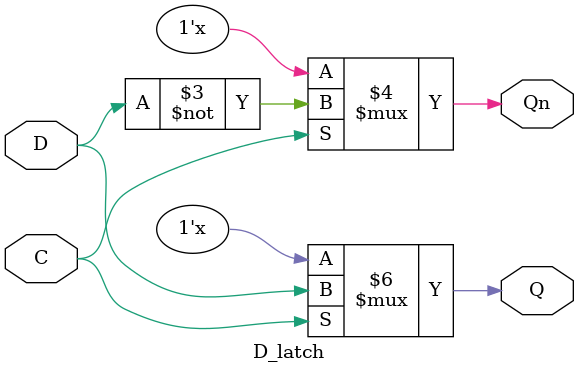
<source format=v>
`timescale 1ns / 1ps


module D_latch(output reg Q,Qn, input wire D,C);
always@(D,C)
begin
if (C==1'b1)
begin
Q<=D;
Qn<=~D;
end
end

endmodule

</source>
